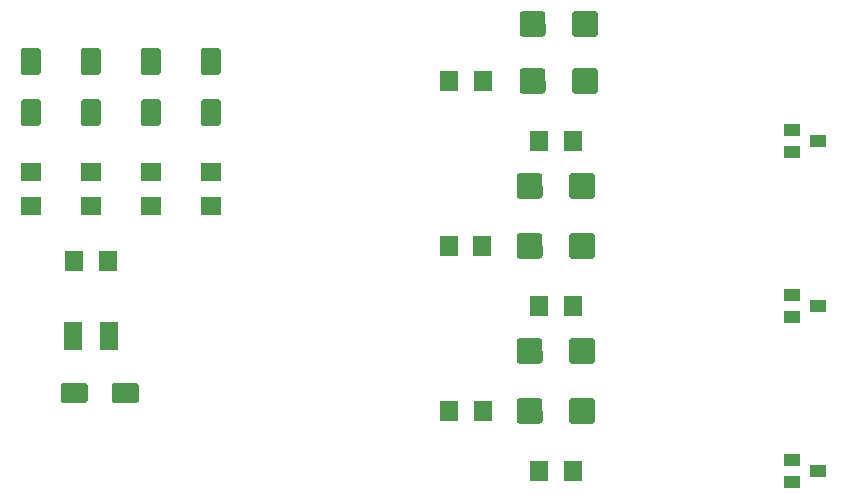
<source format=gtp>
G04 EAGLE Gerber RS-274X export*
G75*
%MOMM*%
%FSLAX34Y34*%
%LPD*%
%INTop Paste*%
%IPPOS*%
%AMOC8*
5,1,8,0,0,1.08239X$1,22.5*%
G01*
%ADD10R,1.803000X1.600000*%
%ADD11R,1.600000X1.803000*%
%ADD12R,1.600000X2.400000*%
%ADD13R,1.400000X1.000000*%

G36*
X572942Y469313D02*
X572942Y469313D01*
X572944Y469311D01*
X573335Y469342D01*
X573339Y469346D01*
X573342Y469343D01*
X573724Y469434D01*
X573728Y469439D01*
X573732Y469437D01*
X574094Y469587D01*
X574097Y469592D01*
X574101Y469590D01*
X574435Y469795D01*
X574437Y469800D01*
X574441Y469800D01*
X574740Y470055D01*
X574741Y470060D01*
X574745Y470060D01*
X575000Y470359D01*
X575001Y470365D01*
X575005Y470365D01*
X575210Y470699D01*
X575209Y470705D01*
X575214Y470706D01*
X575364Y471068D01*
X575363Y471070D01*
X575364Y471070D01*
X575362Y471073D01*
X575362Y471074D01*
X575366Y471076D01*
X575457Y471458D01*
X575455Y471463D01*
X575457Y471464D01*
X575458Y471465D01*
X575489Y471856D01*
X575487Y471859D01*
X575489Y471860D01*
X575458Y488651D01*
X575453Y488658D01*
X575457Y488662D01*
X575366Y489044D01*
X575361Y489048D01*
X575364Y489052D01*
X575214Y489414D01*
X575208Y489417D01*
X575210Y489421D01*
X575005Y489755D01*
X575000Y489757D01*
X575000Y489761D01*
X574745Y490060D01*
X574740Y490061D01*
X574740Y490065D01*
X574441Y490320D01*
X574435Y490321D01*
X574435Y490325D01*
X574101Y490530D01*
X574095Y490529D01*
X574094Y490534D01*
X573732Y490684D01*
X573726Y490682D01*
X573724Y490686D01*
X573342Y490777D01*
X573337Y490775D01*
X573335Y490778D01*
X572944Y490809D01*
X572941Y490807D01*
X572940Y490809D01*
X556240Y490809D01*
X556238Y490807D01*
X556236Y490809D01*
X555845Y490778D01*
X555841Y490774D01*
X555838Y490777D01*
X555456Y490686D01*
X555452Y490681D01*
X555448Y490684D01*
X555086Y490534D01*
X555083Y490528D01*
X555079Y490530D01*
X554745Y490325D01*
X554743Y490320D01*
X554739Y490320D01*
X554440Y490065D01*
X554439Y490060D01*
X554435Y490060D01*
X554180Y489761D01*
X554179Y489755D01*
X554175Y489755D01*
X553970Y489421D01*
X553971Y489415D01*
X553967Y489414D01*
X553817Y489052D01*
X553818Y489046D01*
X553814Y489044D01*
X553723Y488662D01*
X553725Y488657D01*
X553722Y488655D01*
X553691Y488264D01*
X553693Y488261D01*
X553691Y488260D01*
X553722Y471469D01*
X553727Y471462D01*
X553723Y471458D01*
X553814Y471076D01*
X553819Y471072D01*
X553817Y471068D01*
X553967Y470706D01*
X553972Y470703D01*
X553970Y470699D01*
X554175Y470365D01*
X554180Y470363D01*
X554180Y470359D01*
X554435Y470060D01*
X554440Y470059D01*
X554440Y470055D01*
X554739Y469800D01*
X554745Y469799D01*
X554745Y469795D01*
X555079Y469590D01*
X555085Y469591D01*
X555086Y469587D01*
X555448Y469437D01*
X555454Y469438D01*
X555456Y469434D01*
X555838Y469343D01*
X555843Y469345D01*
X555845Y469342D01*
X556236Y469311D01*
X556239Y469313D01*
X556240Y469311D01*
X572940Y469311D01*
X572942Y469313D01*
G37*
G36*
X617242Y469313D02*
X617242Y469313D01*
X617244Y469311D01*
X617635Y469342D01*
X617639Y469346D01*
X617642Y469343D01*
X618024Y469434D01*
X618028Y469439D01*
X618032Y469437D01*
X618394Y469587D01*
X618397Y469592D01*
X618401Y469590D01*
X618735Y469795D01*
X618737Y469800D01*
X618741Y469800D01*
X619040Y470055D01*
X619041Y470060D01*
X619045Y470060D01*
X619300Y470359D01*
X619301Y470365D01*
X619305Y470365D01*
X619510Y470699D01*
X619509Y470705D01*
X619514Y470706D01*
X619664Y471068D01*
X619663Y471070D01*
X619664Y471070D01*
X619662Y471073D01*
X619662Y471074D01*
X619666Y471076D01*
X619757Y471458D01*
X619755Y471463D01*
X619757Y471464D01*
X619758Y471465D01*
X619789Y471856D01*
X619787Y471859D01*
X619789Y471860D01*
X619758Y488651D01*
X619753Y488658D01*
X619757Y488662D01*
X619666Y489044D01*
X619661Y489048D01*
X619664Y489052D01*
X619514Y489414D01*
X619508Y489417D01*
X619510Y489421D01*
X619305Y489755D01*
X619300Y489757D01*
X619300Y489761D01*
X619045Y490060D01*
X619040Y490061D01*
X619040Y490065D01*
X618741Y490320D01*
X618735Y490321D01*
X618735Y490325D01*
X618401Y490530D01*
X618395Y490529D01*
X618394Y490534D01*
X618032Y490684D01*
X618026Y490682D01*
X618024Y490686D01*
X617642Y490777D01*
X617637Y490775D01*
X617635Y490778D01*
X617244Y490809D01*
X617241Y490807D01*
X617240Y490809D01*
X600540Y490809D01*
X600538Y490807D01*
X600536Y490809D01*
X600145Y490778D01*
X600141Y490774D01*
X600138Y490777D01*
X599756Y490686D01*
X599752Y490681D01*
X599748Y490684D01*
X599386Y490534D01*
X599383Y490528D01*
X599379Y490530D01*
X599045Y490325D01*
X599043Y490320D01*
X599039Y490320D01*
X598740Y490065D01*
X598739Y490060D01*
X598735Y490060D01*
X598480Y489761D01*
X598479Y489755D01*
X598475Y489755D01*
X598270Y489421D01*
X598271Y489415D01*
X598267Y489414D01*
X598117Y489052D01*
X598118Y489046D01*
X598114Y489044D01*
X598023Y488662D01*
X598025Y488657D01*
X598022Y488655D01*
X597991Y488264D01*
X597993Y488261D01*
X597991Y488260D01*
X598022Y471469D01*
X598027Y471462D01*
X598023Y471458D01*
X598114Y471076D01*
X598119Y471072D01*
X598117Y471068D01*
X598267Y470706D01*
X598272Y470703D01*
X598270Y470699D01*
X598475Y470365D01*
X598480Y470363D01*
X598480Y470359D01*
X598735Y470060D01*
X598740Y470059D01*
X598740Y470055D01*
X599039Y469800D01*
X599045Y469799D01*
X599045Y469795D01*
X599379Y469590D01*
X599385Y469591D01*
X599386Y469587D01*
X599748Y469437D01*
X599754Y469438D01*
X599756Y469434D01*
X600138Y469343D01*
X600143Y469345D01*
X600145Y469342D01*
X600536Y469311D01*
X600539Y469313D01*
X600540Y469311D01*
X617240Y469311D01*
X617242Y469313D01*
G37*
G36*
X617242Y421053D02*
X617242Y421053D01*
X617244Y421051D01*
X617635Y421082D01*
X617639Y421086D01*
X617642Y421083D01*
X618024Y421174D01*
X618028Y421179D01*
X618032Y421177D01*
X618394Y421327D01*
X618397Y421332D01*
X618401Y421330D01*
X618735Y421535D01*
X618737Y421540D01*
X618741Y421540D01*
X619040Y421795D01*
X619041Y421800D01*
X619045Y421800D01*
X619300Y422099D01*
X619301Y422105D01*
X619305Y422105D01*
X619510Y422439D01*
X619509Y422445D01*
X619514Y422446D01*
X619664Y422808D01*
X619663Y422810D01*
X619664Y422810D01*
X619662Y422813D01*
X619662Y422814D01*
X619666Y422816D01*
X619757Y423198D01*
X619755Y423203D01*
X619757Y423204D01*
X619758Y423205D01*
X619789Y423596D01*
X619787Y423599D01*
X619789Y423600D01*
X619758Y440391D01*
X619753Y440398D01*
X619757Y440402D01*
X619666Y440784D01*
X619661Y440788D01*
X619664Y440792D01*
X619514Y441154D01*
X619508Y441157D01*
X619510Y441161D01*
X619305Y441495D01*
X619300Y441497D01*
X619300Y441501D01*
X619045Y441800D01*
X619040Y441801D01*
X619040Y441805D01*
X618741Y442060D01*
X618735Y442061D01*
X618735Y442065D01*
X618401Y442270D01*
X618395Y442269D01*
X618394Y442274D01*
X618032Y442424D01*
X618026Y442422D01*
X618024Y442426D01*
X617642Y442517D01*
X617637Y442515D01*
X617635Y442518D01*
X617244Y442549D01*
X617241Y442547D01*
X617240Y442549D01*
X600540Y442549D01*
X600538Y442547D01*
X600536Y442549D01*
X600145Y442518D01*
X600141Y442514D01*
X600138Y442517D01*
X599756Y442426D01*
X599752Y442421D01*
X599748Y442424D01*
X599386Y442274D01*
X599383Y442268D01*
X599379Y442270D01*
X599045Y442065D01*
X599043Y442060D01*
X599039Y442060D01*
X598740Y441805D01*
X598739Y441800D01*
X598735Y441800D01*
X598480Y441501D01*
X598479Y441495D01*
X598475Y441495D01*
X598270Y441161D01*
X598271Y441155D01*
X598267Y441154D01*
X598117Y440792D01*
X598118Y440786D01*
X598114Y440784D01*
X598023Y440402D01*
X598025Y440397D01*
X598022Y440395D01*
X597991Y440004D01*
X597993Y440001D01*
X597991Y440000D01*
X598022Y423209D01*
X598027Y423202D01*
X598023Y423198D01*
X598114Y422816D01*
X598119Y422812D01*
X598117Y422808D01*
X598267Y422446D01*
X598272Y422443D01*
X598270Y422439D01*
X598475Y422105D01*
X598480Y422103D01*
X598480Y422099D01*
X598735Y421800D01*
X598740Y421799D01*
X598740Y421795D01*
X599039Y421540D01*
X599045Y421539D01*
X599045Y421535D01*
X599379Y421330D01*
X599385Y421331D01*
X599386Y421327D01*
X599748Y421177D01*
X599754Y421178D01*
X599756Y421174D01*
X600138Y421083D01*
X600143Y421085D01*
X600145Y421082D01*
X600536Y421051D01*
X600539Y421053D01*
X600540Y421051D01*
X617240Y421051D01*
X617242Y421053D01*
G37*
G36*
X572942Y421053D02*
X572942Y421053D01*
X572944Y421051D01*
X573335Y421082D01*
X573339Y421086D01*
X573342Y421083D01*
X573724Y421174D01*
X573728Y421179D01*
X573732Y421177D01*
X574094Y421327D01*
X574097Y421332D01*
X574101Y421330D01*
X574435Y421535D01*
X574437Y421540D01*
X574441Y421540D01*
X574740Y421795D01*
X574741Y421800D01*
X574745Y421800D01*
X575000Y422099D01*
X575001Y422105D01*
X575005Y422105D01*
X575210Y422439D01*
X575209Y422445D01*
X575214Y422446D01*
X575364Y422808D01*
X575363Y422810D01*
X575364Y422810D01*
X575362Y422813D01*
X575362Y422814D01*
X575366Y422816D01*
X575457Y423198D01*
X575455Y423203D01*
X575457Y423204D01*
X575458Y423205D01*
X575489Y423596D01*
X575487Y423599D01*
X575489Y423600D01*
X575458Y440391D01*
X575453Y440398D01*
X575457Y440402D01*
X575366Y440784D01*
X575361Y440788D01*
X575364Y440792D01*
X575214Y441154D01*
X575208Y441157D01*
X575210Y441161D01*
X575005Y441495D01*
X575000Y441497D01*
X575000Y441501D01*
X574745Y441800D01*
X574740Y441801D01*
X574740Y441805D01*
X574441Y442060D01*
X574435Y442061D01*
X574435Y442065D01*
X574101Y442270D01*
X574095Y442269D01*
X574094Y442274D01*
X573732Y442424D01*
X573726Y442422D01*
X573724Y442426D01*
X573342Y442517D01*
X573337Y442515D01*
X573335Y442518D01*
X572944Y442549D01*
X572941Y442547D01*
X572940Y442549D01*
X556240Y442549D01*
X556238Y442547D01*
X556236Y442549D01*
X555845Y442518D01*
X555841Y442514D01*
X555838Y442517D01*
X555456Y442426D01*
X555452Y442421D01*
X555448Y442424D01*
X555086Y442274D01*
X555083Y442268D01*
X555079Y442270D01*
X554745Y442065D01*
X554743Y442060D01*
X554739Y442060D01*
X554440Y441805D01*
X554439Y441800D01*
X554435Y441800D01*
X554180Y441501D01*
X554179Y441495D01*
X554175Y441495D01*
X553970Y441161D01*
X553971Y441155D01*
X553967Y441154D01*
X553817Y440792D01*
X553818Y440786D01*
X553814Y440784D01*
X553723Y440402D01*
X553725Y440397D01*
X553722Y440395D01*
X553691Y440004D01*
X553693Y440001D01*
X553691Y440000D01*
X553722Y423209D01*
X553727Y423202D01*
X553723Y423198D01*
X553814Y422816D01*
X553819Y422812D01*
X553817Y422808D01*
X553967Y422446D01*
X553972Y422443D01*
X553970Y422439D01*
X554175Y422105D01*
X554180Y422103D01*
X554180Y422099D01*
X554435Y421800D01*
X554440Y421799D01*
X554440Y421795D01*
X554739Y421540D01*
X554745Y421539D01*
X554745Y421535D01*
X555079Y421330D01*
X555085Y421331D01*
X555086Y421327D01*
X555448Y421177D01*
X555454Y421178D01*
X555456Y421174D01*
X555838Y421083D01*
X555843Y421085D01*
X555845Y421082D01*
X556236Y421051D01*
X556239Y421053D01*
X556240Y421051D01*
X572940Y421051D01*
X572942Y421053D01*
G37*
G36*
X614702Y332153D02*
X614702Y332153D01*
X614704Y332151D01*
X615095Y332182D01*
X615099Y332186D01*
X615102Y332183D01*
X615484Y332274D01*
X615488Y332279D01*
X615492Y332277D01*
X615854Y332427D01*
X615857Y332432D01*
X615861Y332430D01*
X616195Y332635D01*
X616197Y332640D01*
X616201Y332640D01*
X616500Y332895D01*
X616501Y332900D01*
X616505Y332900D01*
X616760Y333199D01*
X616761Y333205D01*
X616765Y333205D01*
X616970Y333539D01*
X616969Y333545D01*
X616974Y333546D01*
X617124Y333908D01*
X617123Y333910D01*
X617124Y333910D01*
X617122Y333913D01*
X617122Y333914D01*
X617126Y333916D01*
X617217Y334298D01*
X617215Y334303D01*
X617217Y334304D01*
X617218Y334305D01*
X617249Y334696D01*
X617247Y334699D01*
X617249Y334700D01*
X617218Y351491D01*
X617213Y351498D01*
X617217Y351502D01*
X617126Y351884D01*
X617121Y351888D01*
X617124Y351892D01*
X616974Y352254D01*
X616968Y352257D01*
X616970Y352261D01*
X616765Y352595D01*
X616760Y352597D01*
X616760Y352601D01*
X616505Y352900D01*
X616500Y352901D01*
X616500Y352905D01*
X616201Y353160D01*
X616195Y353161D01*
X616195Y353165D01*
X615861Y353370D01*
X615855Y353369D01*
X615854Y353374D01*
X615492Y353524D01*
X615486Y353522D01*
X615484Y353526D01*
X615102Y353617D01*
X615097Y353615D01*
X615095Y353618D01*
X614704Y353649D01*
X614701Y353647D01*
X614700Y353649D01*
X598000Y353649D01*
X597998Y353647D01*
X597996Y353649D01*
X597605Y353618D01*
X597601Y353614D01*
X597598Y353617D01*
X597216Y353526D01*
X597212Y353521D01*
X597208Y353524D01*
X596846Y353374D01*
X596843Y353368D01*
X596839Y353370D01*
X596505Y353165D01*
X596503Y353160D01*
X596499Y353160D01*
X596200Y352905D01*
X596199Y352900D01*
X596195Y352900D01*
X595940Y352601D01*
X595939Y352595D01*
X595935Y352595D01*
X595730Y352261D01*
X595731Y352255D01*
X595727Y352254D01*
X595577Y351892D01*
X595578Y351886D01*
X595574Y351884D01*
X595483Y351502D01*
X595485Y351497D01*
X595482Y351495D01*
X595451Y351104D01*
X595453Y351101D01*
X595451Y351100D01*
X595482Y334309D01*
X595487Y334302D01*
X595483Y334298D01*
X595574Y333916D01*
X595579Y333912D01*
X595577Y333908D01*
X595727Y333546D01*
X595732Y333543D01*
X595730Y333539D01*
X595935Y333205D01*
X595940Y333203D01*
X595940Y333199D01*
X596195Y332900D01*
X596200Y332899D01*
X596200Y332895D01*
X596499Y332640D01*
X596505Y332639D01*
X596505Y332635D01*
X596839Y332430D01*
X596845Y332431D01*
X596846Y332427D01*
X597208Y332277D01*
X597214Y332278D01*
X597216Y332274D01*
X597598Y332183D01*
X597603Y332185D01*
X597605Y332182D01*
X597996Y332151D01*
X597999Y332153D01*
X598000Y332151D01*
X614700Y332151D01*
X614702Y332153D01*
G37*
G36*
X570402Y332153D02*
X570402Y332153D01*
X570404Y332151D01*
X570795Y332182D01*
X570799Y332186D01*
X570802Y332183D01*
X571184Y332274D01*
X571188Y332279D01*
X571192Y332277D01*
X571554Y332427D01*
X571557Y332432D01*
X571561Y332430D01*
X571895Y332635D01*
X571897Y332640D01*
X571901Y332640D01*
X572200Y332895D01*
X572201Y332900D01*
X572205Y332900D01*
X572460Y333199D01*
X572461Y333205D01*
X572465Y333205D01*
X572670Y333539D01*
X572669Y333545D01*
X572674Y333546D01*
X572824Y333908D01*
X572823Y333910D01*
X572824Y333910D01*
X572822Y333913D01*
X572822Y333914D01*
X572826Y333916D01*
X572917Y334298D01*
X572915Y334303D01*
X572917Y334304D01*
X572918Y334305D01*
X572949Y334696D01*
X572947Y334699D01*
X572949Y334700D01*
X572918Y351491D01*
X572913Y351498D01*
X572917Y351502D01*
X572826Y351884D01*
X572821Y351888D01*
X572824Y351892D01*
X572674Y352254D01*
X572668Y352257D01*
X572670Y352261D01*
X572465Y352595D01*
X572460Y352597D01*
X572460Y352601D01*
X572205Y352900D01*
X572200Y352901D01*
X572200Y352905D01*
X571901Y353160D01*
X571895Y353161D01*
X571895Y353165D01*
X571561Y353370D01*
X571555Y353369D01*
X571554Y353374D01*
X571192Y353524D01*
X571186Y353522D01*
X571184Y353526D01*
X570802Y353617D01*
X570797Y353615D01*
X570795Y353618D01*
X570404Y353649D01*
X570401Y353647D01*
X570400Y353649D01*
X553700Y353649D01*
X553698Y353647D01*
X553696Y353649D01*
X553305Y353618D01*
X553301Y353614D01*
X553298Y353617D01*
X552916Y353526D01*
X552912Y353521D01*
X552908Y353524D01*
X552546Y353374D01*
X552543Y353368D01*
X552539Y353370D01*
X552205Y353165D01*
X552203Y353160D01*
X552199Y353160D01*
X551900Y352905D01*
X551899Y352900D01*
X551895Y352900D01*
X551640Y352601D01*
X551639Y352595D01*
X551635Y352595D01*
X551430Y352261D01*
X551431Y352255D01*
X551427Y352254D01*
X551277Y351892D01*
X551278Y351886D01*
X551274Y351884D01*
X551183Y351502D01*
X551185Y351497D01*
X551182Y351495D01*
X551151Y351104D01*
X551153Y351101D01*
X551151Y351100D01*
X551182Y334309D01*
X551187Y334302D01*
X551183Y334298D01*
X551274Y333916D01*
X551279Y333912D01*
X551277Y333908D01*
X551427Y333546D01*
X551432Y333543D01*
X551430Y333539D01*
X551635Y333205D01*
X551640Y333203D01*
X551640Y333199D01*
X551895Y332900D01*
X551900Y332899D01*
X551900Y332895D01*
X552199Y332640D01*
X552205Y332639D01*
X552205Y332635D01*
X552539Y332430D01*
X552545Y332431D01*
X552546Y332427D01*
X552908Y332277D01*
X552914Y332278D01*
X552916Y332274D01*
X553298Y332183D01*
X553303Y332185D01*
X553305Y332182D01*
X553696Y332151D01*
X553699Y332153D01*
X553700Y332151D01*
X570400Y332151D01*
X570402Y332153D01*
G37*
G36*
X614702Y281353D02*
X614702Y281353D01*
X614704Y281351D01*
X615095Y281382D01*
X615099Y281386D01*
X615102Y281383D01*
X615484Y281474D01*
X615488Y281479D01*
X615492Y281477D01*
X615854Y281627D01*
X615857Y281632D01*
X615861Y281630D01*
X616195Y281835D01*
X616197Y281840D01*
X616201Y281840D01*
X616500Y282095D01*
X616501Y282100D01*
X616505Y282100D01*
X616760Y282399D01*
X616761Y282405D01*
X616765Y282405D01*
X616970Y282739D01*
X616969Y282745D01*
X616974Y282746D01*
X617124Y283108D01*
X617123Y283110D01*
X617124Y283110D01*
X617122Y283113D01*
X617122Y283114D01*
X617126Y283116D01*
X617217Y283498D01*
X617215Y283503D01*
X617217Y283504D01*
X617218Y283505D01*
X617249Y283896D01*
X617247Y283899D01*
X617249Y283900D01*
X617218Y300691D01*
X617213Y300698D01*
X617217Y300702D01*
X617126Y301084D01*
X617121Y301088D01*
X617124Y301092D01*
X616974Y301454D01*
X616968Y301457D01*
X616970Y301461D01*
X616765Y301795D01*
X616760Y301797D01*
X616760Y301801D01*
X616505Y302100D01*
X616500Y302101D01*
X616500Y302105D01*
X616201Y302360D01*
X616195Y302361D01*
X616195Y302365D01*
X615861Y302570D01*
X615855Y302569D01*
X615854Y302574D01*
X615492Y302724D01*
X615486Y302722D01*
X615484Y302726D01*
X615102Y302817D01*
X615097Y302815D01*
X615095Y302818D01*
X614704Y302849D01*
X614701Y302847D01*
X614700Y302849D01*
X598000Y302849D01*
X597998Y302847D01*
X597996Y302849D01*
X597605Y302818D01*
X597601Y302814D01*
X597598Y302817D01*
X597216Y302726D01*
X597212Y302721D01*
X597208Y302724D01*
X596846Y302574D01*
X596843Y302568D01*
X596839Y302570D01*
X596505Y302365D01*
X596503Y302360D01*
X596499Y302360D01*
X596200Y302105D01*
X596199Y302100D01*
X596195Y302100D01*
X595940Y301801D01*
X595939Y301795D01*
X595935Y301795D01*
X595730Y301461D01*
X595731Y301455D01*
X595727Y301454D01*
X595577Y301092D01*
X595578Y301086D01*
X595574Y301084D01*
X595483Y300702D01*
X595485Y300697D01*
X595482Y300695D01*
X595451Y300304D01*
X595453Y300301D01*
X595451Y300300D01*
X595482Y283509D01*
X595487Y283502D01*
X595483Y283498D01*
X595574Y283116D01*
X595579Y283112D01*
X595577Y283108D01*
X595727Y282746D01*
X595732Y282743D01*
X595730Y282739D01*
X595935Y282405D01*
X595940Y282403D01*
X595940Y282399D01*
X596195Y282100D01*
X596200Y282099D01*
X596200Y282095D01*
X596499Y281840D01*
X596505Y281839D01*
X596505Y281835D01*
X596839Y281630D01*
X596845Y281631D01*
X596846Y281627D01*
X597208Y281477D01*
X597214Y281478D01*
X597216Y281474D01*
X597598Y281383D01*
X597603Y281385D01*
X597605Y281382D01*
X597996Y281351D01*
X597999Y281353D01*
X598000Y281351D01*
X614700Y281351D01*
X614702Y281353D01*
G37*
G36*
X570402Y281353D02*
X570402Y281353D01*
X570404Y281351D01*
X570795Y281382D01*
X570799Y281386D01*
X570802Y281383D01*
X571184Y281474D01*
X571188Y281479D01*
X571192Y281477D01*
X571554Y281627D01*
X571557Y281632D01*
X571561Y281630D01*
X571895Y281835D01*
X571897Y281840D01*
X571901Y281840D01*
X572200Y282095D01*
X572201Y282100D01*
X572205Y282100D01*
X572460Y282399D01*
X572461Y282405D01*
X572465Y282405D01*
X572670Y282739D01*
X572669Y282745D01*
X572674Y282746D01*
X572824Y283108D01*
X572823Y283110D01*
X572824Y283110D01*
X572822Y283113D01*
X572822Y283114D01*
X572826Y283116D01*
X572917Y283498D01*
X572915Y283503D01*
X572917Y283504D01*
X572918Y283505D01*
X572949Y283896D01*
X572947Y283899D01*
X572949Y283900D01*
X572918Y300691D01*
X572913Y300698D01*
X572917Y300702D01*
X572826Y301084D01*
X572821Y301088D01*
X572824Y301092D01*
X572674Y301454D01*
X572668Y301457D01*
X572670Y301461D01*
X572465Y301795D01*
X572460Y301797D01*
X572460Y301801D01*
X572205Y302100D01*
X572200Y302101D01*
X572200Y302105D01*
X571901Y302360D01*
X571895Y302361D01*
X571895Y302365D01*
X571561Y302570D01*
X571555Y302569D01*
X571554Y302574D01*
X571192Y302724D01*
X571186Y302722D01*
X571184Y302726D01*
X570802Y302817D01*
X570797Y302815D01*
X570795Y302818D01*
X570404Y302849D01*
X570401Y302847D01*
X570400Y302849D01*
X553700Y302849D01*
X553698Y302847D01*
X553696Y302849D01*
X553305Y302818D01*
X553301Y302814D01*
X553298Y302817D01*
X552916Y302726D01*
X552912Y302721D01*
X552908Y302724D01*
X552546Y302574D01*
X552543Y302568D01*
X552539Y302570D01*
X552205Y302365D01*
X552203Y302360D01*
X552199Y302360D01*
X551900Y302105D01*
X551899Y302100D01*
X551895Y302100D01*
X551640Y301801D01*
X551639Y301795D01*
X551635Y301795D01*
X551430Y301461D01*
X551431Y301455D01*
X551427Y301454D01*
X551277Y301092D01*
X551278Y301086D01*
X551274Y301084D01*
X551183Y300702D01*
X551185Y300697D01*
X551182Y300695D01*
X551151Y300304D01*
X551153Y300301D01*
X551151Y300300D01*
X551182Y283509D01*
X551187Y283502D01*
X551183Y283498D01*
X551274Y283116D01*
X551279Y283112D01*
X551277Y283108D01*
X551427Y282746D01*
X551432Y282743D01*
X551430Y282739D01*
X551635Y282405D01*
X551640Y282403D01*
X551640Y282399D01*
X551895Y282100D01*
X551900Y282099D01*
X551900Y282095D01*
X552199Y281840D01*
X552205Y281839D01*
X552205Y281835D01*
X552539Y281630D01*
X552545Y281631D01*
X552546Y281627D01*
X552908Y281477D01*
X552914Y281478D01*
X552916Y281474D01*
X553298Y281383D01*
X553303Y281385D01*
X553305Y281382D01*
X553696Y281351D01*
X553699Y281353D01*
X553700Y281351D01*
X570400Y281351D01*
X570402Y281353D01*
G37*
G36*
X614702Y192453D02*
X614702Y192453D01*
X614704Y192451D01*
X615095Y192482D01*
X615099Y192486D01*
X615102Y192483D01*
X615484Y192574D01*
X615488Y192579D01*
X615492Y192577D01*
X615854Y192727D01*
X615857Y192732D01*
X615861Y192730D01*
X616195Y192935D01*
X616197Y192940D01*
X616201Y192940D01*
X616500Y193195D01*
X616501Y193200D01*
X616505Y193200D01*
X616760Y193499D01*
X616761Y193505D01*
X616765Y193505D01*
X616970Y193839D01*
X616969Y193845D01*
X616974Y193846D01*
X617124Y194208D01*
X617123Y194210D01*
X617124Y194210D01*
X617122Y194213D01*
X617122Y194214D01*
X617126Y194216D01*
X617217Y194598D01*
X617215Y194603D01*
X617217Y194604D01*
X617218Y194605D01*
X617249Y194996D01*
X617247Y194999D01*
X617249Y195000D01*
X617218Y211791D01*
X617213Y211798D01*
X617217Y211802D01*
X617126Y212184D01*
X617121Y212188D01*
X617124Y212192D01*
X616974Y212554D01*
X616968Y212557D01*
X616970Y212561D01*
X616765Y212895D01*
X616760Y212897D01*
X616760Y212901D01*
X616505Y213200D01*
X616500Y213201D01*
X616500Y213205D01*
X616201Y213460D01*
X616195Y213461D01*
X616195Y213465D01*
X615861Y213670D01*
X615855Y213669D01*
X615854Y213674D01*
X615492Y213824D01*
X615486Y213822D01*
X615484Y213826D01*
X615102Y213917D01*
X615097Y213915D01*
X615095Y213918D01*
X614704Y213949D01*
X614701Y213947D01*
X614700Y213949D01*
X598000Y213949D01*
X597998Y213947D01*
X597996Y213949D01*
X597605Y213918D01*
X597601Y213914D01*
X597598Y213917D01*
X597216Y213826D01*
X597212Y213821D01*
X597208Y213824D01*
X596846Y213674D01*
X596843Y213668D01*
X596839Y213670D01*
X596505Y213465D01*
X596503Y213460D01*
X596499Y213460D01*
X596200Y213205D01*
X596199Y213200D01*
X596195Y213200D01*
X595940Y212901D01*
X595939Y212895D01*
X595935Y212895D01*
X595730Y212561D01*
X595731Y212555D01*
X595727Y212554D01*
X595577Y212192D01*
X595578Y212186D01*
X595574Y212184D01*
X595483Y211802D01*
X595485Y211797D01*
X595482Y211795D01*
X595451Y211404D01*
X595453Y211401D01*
X595451Y211400D01*
X595482Y194609D01*
X595487Y194602D01*
X595483Y194598D01*
X595574Y194216D01*
X595579Y194212D01*
X595577Y194208D01*
X595727Y193846D01*
X595732Y193843D01*
X595730Y193839D01*
X595935Y193505D01*
X595940Y193503D01*
X595940Y193499D01*
X596195Y193200D01*
X596200Y193199D01*
X596200Y193195D01*
X596499Y192940D01*
X596505Y192939D01*
X596505Y192935D01*
X596839Y192730D01*
X596845Y192731D01*
X596846Y192727D01*
X597208Y192577D01*
X597214Y192578D01*
X597216Y192574D01*
X597598Y192483D01*
X597603Y192485D01*
X597605Y192482D01*
X597996Y192451D01*
X597999Y192453D01*
X598000Y192451D01*
X614700Y192451D01*
X614702Y192453D01*
G37*
G36*
X570402Y192453D02*
X570402Y192453D01*
X570404Y192451D01*
X570795Y192482D01*
X570799Y192486D01*
X570802Y192483D01*
X571184Y192574D01*
X571188Y192579D01*
X571192Y192577D01*
X571554Y192727D01*
X571557Y192732D01*
X571561Y192730D01*
X571895Y192935D01*
X571897Y192940D01*
X571901Y192940D01*
X572200Y193195D01*
X572201Y193200D01*
X572205Y193200D01*
X572460Y193499D01*
X572461Y193505D01*
X572465Y193505D01*
X572670Y193839D01*
X572669Y193845D01*
X572674Y193846D01*
X572824Y194208D01*
X572823Y194210D01*
X572824Y194210D01*
X572822Y194213D01*
X572822Y194214D01*
X572826Y194216D01*
X572917Y194598D01*
X572915Y194603D01*
X572917Y194604D01*
X572918Y194605D01*
X572949Y194996D01*
X572947Y194999D01*
X572949Y195000D01*
X572918Y211791D01*
X572913Y211798D01*
X572917Y211802D01*
X572826Y212184D01*
X572821Y212188D01*
X572824Y212192D01*
X572674Y212554D01*
X572668Y212557D01*
X572670Y212561D01*
X572465Y212895D01*
X572460Y212897D01*
X572460Y212901D01*
X572205Y213200D01*
X572200Y213201D01*
X572200Y213205D01*
X571901Y213460D01*
X571895Y213461D01*
X571895Y213465D01*
X571561Y213670D01*
X571555Y213669D01*
X571554Y213674D01*
X571192Y213824D01*
X571186Y213822D01*
X571184Y213826D01*
X570802Y213917D01*
X570797Y213915D01*
X570795Y213918D01*
X570404Y213949D01*
X570401Y213947D01*
X570400Y213949D01*
X553700Y213949D01*
X553698Y213947D01*
X553696Y213949D01*
X553305Y213918D01*
X553301Y213914D01*
X553298Y213917D01*
X552916Y213826D01*
X552912Y213821D01*
X552908Y213824D01*
X552546Y213674D01*
X552543Y213668D01*
X552539Y213670D01*
X552205Y213465D01*
X552203Y213460D01*
X552199Y213460D01*
X551900Y213205D01*
X551899Y213200D01*
X551895Y213200D01*
X551640Y212901D01*
X551639Y212895D01*
X551635Y212895D01*
X551430Y212561D01*
X551431Y212555D01*
X551427Y212554D01*
X551277Y212192D01*
X551278Y212186D01*
X551274Y212184D01*
X551183Y211802D01*
X551185Y211797D01*
X551182Y211795D01*
X551151Y211404D01*
X551153Y211401D01*
X551151Y211400D01*
X551182Y194609D01*
X551187Y194602D01*
X551183Y194598D01*
X551274Y194216D01*
X551279Y194212D01*
X551277Y194208D01*
X551427Y193846D01*
X551432Y193843D01*
X551430Y193839D01*
X551635Y193505D01*
X551640Y193503D01*
X551640Y193499D01*
X551895Y193200D01*
X551900Y193199D01*
X551900Y193195D01*
X552199Y192940D01*
X552205Y192939D01*
X552205Y192935D01*
X552539Y192730D01*
X552545Y192731D01*
X552546Y192727D01*
X552908Y192577D01*
X552914Y192578D01*
X552916Y192574D01*
X553298Y192483D01*
X553303Y192485D01*
X553305Y192482D01*
X553696Y192451D01*
X553699Y192453D01*
X553700Y192451D01*
X570400Y192451D01*
X570402Y192453D01*
G37*
G36*
X570402Y141653D02*
X570402Y141653D01*
X570404Y141651D01*
X570795Y141682D01*
X570799Y141686D01*
X570802Y141683D01*
X571184Y141774D01*
X571188Y141779D01*
X571192Y141777D01*
X571554Y141927D01*
X571557Y141932D01*
X571561Y141930D01*
X571895Y142135D01*
X571897Y142140D01*
X571901Y142140D01*
X572200Y142395D01*
X572201Y142400D01*
X572205Y142400D01*
X572460Y142699D01*
X572461Y142705D01*
X572465Y142705D01*
X572670Y143039D01*
X572669Y143045D01*
X572674Y143046D01*
X572824Y143408D01*
X572823Y143410D01*
X572824Y143410D01*
X572822Y143413D01*
X572822Y143414D01*
X572826Y143416D01*
X572917Y143798D01*
X572915Y143803D01*
X572917Y143804D01*
X572918Y143805D01*
X572949Y144196D01*
X572947Y144199D01*
X572949Y144200D01*
X572918Y160991D01*
X572913Y160998D01*
X572917Y161002D01*
X572826Y161384D01*
X572821Y161388D01*
X572824Y161392D01*
X572674Y161754D01*
X572668Y161757D01*
X572670Y161761D01*
X572465Y162095D01*
X572460Y162097D01*
X572460Y162101D01*
X572205Y162400D01*
X572200Y162401D01*
X572200Y162405D01*
X571901Y162660D01*
X571895Y162661D01*
X571895Y162665D01*
X571561Y162870D01*
X571555Y162869D01*
X571554Y162874D01*
X571192Y163024D01*
X571186Y163022D01*
X571184Y163026D01*
X570802Y163117D01*
X570797Y163115D01*
X570795Y163118D01*
X570404Y163149D01*
X570401Y163147D01*
X570400Y163149D01*
X553700Y163149D01*
X553698Y163147D01*
X553696Y163149D01*
X553305Y163118D01*
X553301Y163114D01*
X553298Y163117D01*
X552916Y163026D01*
X552912Y163021D01*
X552908Y163024D01*
X552546Y162874D01*
X552543Y162868D01*
X552539Y162870D01*
X552205Y162665D01*
X552203Y162660D01*
X552199Y162660D01*
X551900Y162405D01*
X551899Y162400D01*
X551895Y162400D01*
X551640Y162101D01*
X551639Y162095D01*
X551635Y162095D01*
X551430Y161761D01*
X551431Y161755D01*
X551427Y161754D01*
X551277Y161392D01*
X551278Y161386D01*
X551274Y161384D01*
X551183Y161002D01*
X551185Y160997D01*
X551182Y160995D01*
X551151Y160604D01*
X551153Y160601D01*
X551151Y160600D01*
X551182Y143809D01*
X551187Y143802D01*
X551183Y143798D01*
X551274Y143416D01*
X551279Y143412D01*
X551277Y143408D01*
X551427Y143046D01*
X551432Y143043D01*
X551430Y143039D01*
X551635Y142705D01*
X551640Y142703D01*
X551640Y142699D01*
X551895Y142400D01*
X551900Y142399D01*
X551900Y142395D01*
X552199Y142140D01*
X552205Y142139D01*
X552205Y142135D01*
X552539Y141930D01*
X552545Y141931D01*
X552546Y141927D01*
X552908Y141777D01*
X552914Y141778D01*
X552916Y141774D01*
X553298Y141683D01*
X553303Y141685D01*
X553305Y141682D01*
X553696Y141651D01*
X553699Y141653D01*
X553700Y141651D01*
X570400Y141651D01*
X570402Y141653D01*
G37*
G36*
X614702Y141653D02*
X614702Y141653D01*
X614704Y141651D01*
X615095Y141682D01*
X615099Y141686D01*
X615102Y141683D01*
X615484Y141774D01*
X615488Y141779D01*
X615492Y141777D01*
X615854Y141927D01*
X615857Y141932D01*
X615861Y141930D01*
X616195Y142135D01*
X616197Y142140D01*
X616201Y142140D01*
X616500Y142395D01*
X616501Y142400D01*
X616505Y142400D01*
X616760Y142699D01*
X616761Y142705D01*
X616765Y142705D01*
X616970Y143039D01*
X616969Y143045D01*
X616974Y143046D01*
X617124Y143408D01*
X617123Y143410D01*
X617124Y143410D01*
X617122Y143413D01*
X617122Y143414D01*
X617126Y143416D01*
X617217Y143798D01*
X617215Y143803D01*
X617217Y143804D01*
X617218Y143805D01*
X617249Y144196D01*
X617247Y144199D01*
X617249Y144200D01*
X617218Y160991D01*
X617213Y160998D01*
X617217Y161002D01*
X617126Y161384D01*
X617121Y161388D01*
X617124Y161392D01*
X616974Y161754D01*
X616968Y161757D01*
X616970Y161761D01*
X616765Y162095D01*
X616760Y162097D01*
X616760Y162101D01*
X616505Y162400D01*
X616500Y162401D01*
X616500Y162405D01*
X616201Y162660D01*
X616195Y162661D01*
X616195Y162665D01*
X615861Y162870D01*
X615855Y162869D01*
X615854Y162874D01*
X615492Y163024D01*
X615486Y163022D01*
X615484Y163026D01*
X615102Y163117D01*
X615097Y163115D01*
X615095Y163118D01*
X614704Y163149D01*
X614701Y163147D01*
X614700Y163149D01*
X598000Y163149D01*
X597998Y163147D01*
X597996Y163149D01*
X597605Y163118D01*
X597601Y163114D01*
X597598Y163117D01*
X597216Y163026D01*
X597212Y163021D01*
X597208Y163024D01*
X596846Y162874D01*
X596843Y162868D01*
X596839Y162870D01*
X596505Y162665D01*
X596503Y162660D01*
X596499Y162660D01*
X596200Y162405D01*
X596199Y162400D01*
X596195Y162400D01*
X595940Y162101D01*
X595939Y162095D01*
X595935Y162095D01*
X595730Y161761D01*
X595731Y161755D01*
X595727Y161754D01*
X595577Y161392D01*
X595578Y161386D01*
X595574Y161384D01*
X595483Y161002D01*
X595485Y160997D01*
X595482Y160995D01*
X595451Y160604D01*
X595453Y160601D01*
X595451Y160600D01*
X595482Y143809D01*
X595487Y143802D01*
X595483Y143798D01*
X595574Y143416D01*
X595579Y143412D01*
X595577Y143408D01*
X595727Y143046D01*
X595732Y143043D01*
X595730Y143039D01*
X595935Y142705D01*
X595940Y142703D01*
X595940Y142699D01*
X596195Y142400D01*
X596200Y142399D01*
X596200Y142395D01*
X596499Y142140D01*
X596505Y142139D01*
X596505Y142135D01*
X596839Y141930D01*
X596845Y141931D01*
X596846Y141927D01*
X597208Y141777D01*
X597214Y141778D01*
X597216Y141774D01*
X597598Y141683D01*
X597603Y141685D01*
X597605Y141682D01*
X597996Y141651D01*
X597999Y141653D01*
X598000Y141651D01*
X614700Y141651D01*
X614702Y141653D01*
G37*
G36*
X185372Y159293D02*
X185372Y159293D01*
X185374Y159291D01*
X185765Y159322D01*
X185769Y159326D01*
X185772Y159323D01*
X186154Y159414D01*
X186158Y159419D01*
X186162Y159417D01*
X186524Y159567D01*
X186527Y159572D01*
X186531Y159570D01*
X186865Y159775D01*
X186867Y159780D01*
X186871Y159780D01*
X187170Y160035D01*
X187171Y160040D01*
X187175Y160040D01*
X187430Y160339D01*
X187431Y160345D01*
X187435Y160345D01*
X187640Y160679D01*
X187639Y160685D01*
X187644Y160686D01*
X187794Y161048D01*
X187793Y161050D01*
X187794Y161050D01*
X187792Y161053D01*
X187792Y161054D01*
X187796Y161056D01*
X187887Y161438D01*
X187885Y161443D01*
X187887Y161444D01*
X187888Y161445D01*
X187919Y161836D01*
X187917Y161839D01*
X187919Y161840D01*
X187888Y173831D01*
X187883Y173838D01*
X187887Y173842D01*
X187796Y174224D01*
X187791Y174228D01*
X187794Y174232D01*
X187644Y174594D01*
X187638Y174597D01*
X187640Y174601D01*
X187435Y174935D01*
X187430Y174937D01*
X187430Y174941D01*
X187175Y175240D01*
X187170Y175241D01*
X187170Y175245D01*
X186871Y175500D01*
X186865Y175501D01*
X186865Y175505D01*
X186531Y175710D01*
X186525Y175709D01*
X186524Y175714D01*
X186162Y175864D01*
X186156Y175862D01*
X186154Y175866D01*
X185772Y175957D01*
X185767Y175955D01*
X185765Y175958D01*
X185374Y175989D01*
X185371Y175987D01*
X185370Y175989D01*
X167570Y175989D01*
X167568Y175987D01*
X167566Y175989D01*
X167175Y175958D01*
X167171Y175954D01*
X167168Y175957D01*
X166786Y175866D01*
X166782Y175861D01*
X166778Y175864D01*
X166416Y175714D01*
X166413Y175708D01*
X166409Y175710D01*
X166075Y175505D01*
X166073Y175500D01*
X166069Y175500D01*
X165770Y175245D01*
X165769Y175240D01*
X165765Y175240D01*
X165510Y174941D01*
X165509Y174935D01*
X165505Y174935D01*
X165300Y174601D01*
X165301Y174595D01*
X165297Y174594D01*
X165147Y174232D01*
X165147Y174229D01*
X165145Y174227D01*
X165146Y174225D01*
X165144Y174224D01*
X165053Y173842D01*
X165055Y173837D01*
X165052Y173835D01*
X165021Y173444D01*
X165023Y173441D01*
X165021Y173440D01*
X165052Y161449D01*
X165057Y161442D01*
X165053Y161438D01*
X165144Y161056D01*
X165149Y161052D01*
X165147Y161048D01*
X165297Y160686D01*
X165302Y160683D01*
X165300Y160679D01*
X165505Y160345D01*
X165510Y160343D01*
X165510Y160339D01*
X165765Y160040D01*
X165770Y160039D01*
X165770Y160035D01*
X166069Y159780D01*
X166075Y159779D01*
X166075Y159775D01*
X166409Y159570D01*
X166415Y159571D01*
X166416Y159567D01*
X166778Y159417D01*
X166784Y159418D01*
X166786Y159414D01*
X167168Y159323D01*
X167173Y159325D01*
X167175Y159322D01*
X167566Y159291D01*
X167569Y159293D01*
X167570Y159291D01*
X185370Y159291D01*
X185372Y159293D01*
G37*
G36*
X228672Y159293D02*
X228672Y159293D01*
X228674Y159291D01*
X229065Y159322D01*
X229069Y159326D01*
X229072Y159323D01*
X229454Y159414D01*
X229458Y159419D01*
X229462Y159417D01*
X229824Y159567D01*
X229827Y159572D01*
X229831Y159570D01*
X230165Y159775D01*
X230167Y159780D01*
X230171Y159780D01*
X230470Y160035D01*
X230471Y160040D01*
X230475Y160040D01*
X230730Y160339D01*
X230731Y160345D01*
X230735Y160345D01*
X230940Y160679D01*
X230939Y160685D01*
X230944Y160686D01*
X231094Y161048D01*
X231093Y161050D01*
X231094Y161050D01*
X231092Y161053D01*
X231092Y161054D01*
X231096Y161056D01*
X231187Y161438D01*
X231185Y161443D01*
X231187Y161444D01*
X231188Y161445D01*
X231219Y161836D01*
X231217Y161839D01*
X231219Y161840D01*
X231188Y173831D01*
X231183Y173838D01*
X231187Y173842D01*
X231096Y174224D01*
X231091Y174228D01*
X231094Y174232D01*
X230944Y174594D01*
X230938Y174597D01*
X230940Y174601D01*
X230735Y174935D01*
X230730Y174937D01*
X230730Y174941D01*
X230475Y175240D01*
X230470Y175241D01*
X230470Y175245D01*
X230171Y175500D01*
X230165Y175501D01*
X230165Y175505D01*
X229831Y175710D01*
X229825Y175709D01*
X229824Y175714D01*
X229462Y175864D01*
X229456Y175862D01*
X229454Y175866D01*
X229072Y175957D01*
X229067Y175955D01*
X229065Y175958D01*
X228674Y175989D01*
X228671Y175987D01*
X228670Y175989D01*
X210870Y175989D01*
X210868Y175987D01*
X210866Y175989D01*
X210475Y175958D01*
X210471Y175954D01*
X210468Y175957D01*
X210086Y175866D01*
X210082Y175861D01*
X210078Y175864D01*
X209716Y175714D01*
X209713Y175708D01*
X209709Y175710D01*
X209375Y175505D01*
X209373Y175500D01*
X209369Y175500D01*
X209070Y175245D01*
X209069Y175240D01*
X209065Y175240D01*
X208810Y174941D01*
X208809Y174935D01*
X208805Y174935D01*
X208600Y174601D01*
X208601Y174595D01*
X208597Y174594D01*
X208447Y174232D01*
X208447Y174229D01*
X208445Y174227D01*
X208446Y174225D01*
X208444Y174224D01*
X208353Y173842D01*
X208355Y173837D01*
X208352Y173835D01*
X208321Y173444D01*
X208323Y173441D01*
X208321Y173440D01*
X208352Y161449D01*
X208357Y161442D01*
X208353Y161438D01*
X208444Y161056D01*
X208449Y161052D01*
X208447Y161048D01*
X208597Y160686D01*
X208602Y160683D01*
X208600Y160679D01*
X208805Y160345D01*
X208810Y160343D01*
X208810Y160339D01*
X209065Y160040D01*
X209070Y160039D01*
X209070Y160035D01*
X209369Y159780D01*
X209375Y159779D01*
X209375Y159775D01*
X209709Y159570D01*
X209715Y159571D01*
X209716Y159567D01*
X210078Y159417D01*
X210084Y159418D01*
X210086Y159414D01*
X210468Y159323D01*
X210473Y159325D01*
X210475Y159322D01*
X210866Y159291D01*
X210869Y159293D01*
X210870Y159291D01*
X228670Y159291D01*
X228672Y159293D01*
G37*
G36*
X298291Y436952D02*
X298291Y436952D01*
X298298Y436957D01*
X298302Y436953D01*
X298684Y437044D01*
X298688Y437049D01*
X298692Y437047D01*
X299054Y437197D01*
X299057Y437202D01*
X299061Y437200D01*
X299395Y437405D01*
X299397Y437410D01*
X299401Y437410D01*
X299700Y437665D01*
X299701Y437670D01*
X299705Y437670D01*
X299960Y437969D01*
X299961Y437975D01*
X299965Y437975D01*
X300170Y438309D01*
X300169Y438315D01*
X300174Y438316D01*
X300324Y438678D01*
X300323Y438680D01*
X300324Y438680D01*
X300322Y438683D01*
X300322Y438684D01*
X300326Y438686D01*
X300417Y439068D01*
X300415Y439073D01*
X300417Y439074D01*
X300418Y439075D01*
X300449Y439466D01*
X300447Y439469D01*
X300449Y439470D01*
X300449Y457270D01*
X300447Y457272D01*
X300449Y457274D01*
X300418Y457665D01*
X300414Y457669D01*
X300417Y457672D01*
X300326Y458054D01*
X300321Y458058D01*
X300324Y458062D01*
X300174Y458424D01*
X300168Y458427D01*
X300170Y458431D01*
X299965Y458765D01*
X299960Y458767D01*
X299960Y458771D01*
X299705Y459070D01*
X299700Y459071D01*
X299700Y459075D01*
X299401Y459330D01*
X299395Y459331D01*
X299395Y459335D01*
X299061Y459540D01*
X299055Y459539D01*
X299054Y459544D01*
X298692Y459694D01*
X298686Y459692D01*
X298684Y459696D01*
X298302Y459787D01*
X298297Y459785D01*
X298295Y459788D01*
X297904Y459819D01*
X297901Y459817D01*
X297900Y459819D01*
X285909Y459788D01*
X285902Y459783D01*
X285898Y459787D01*
X285516Y459696D01*
X285512Y459691D01*
X285508Y459694D01*
X285146Y459544D01*
X285143Y459538D01*
X285139Y459540D01*
X284805Y459335D01*
X284803Y459330D01*
X284799Y459330D01*
X284500Y459075D01*
X284499Y459070D01*
X284495Y459070D01*
X284240Y458771D01*
X284239Y458765D01*
X284235Y458765D01*
X284030Y458431D01*
X284031Y458425D01*
X284027Y458424D01*
X283877Y458062D01*
X283878Y458056D01*
X283874Y458054D01*
X283783Y457672D01*
X283784Y457669D01*
X283783Y457668D01*
X283784Y457667D01*
X283782Y457665D01*
X283751Y457274D01*
X283753Y457271D01*
X283751Y457270D01*
X283751Y439470D01*
X283753Y439468D01*
X283751Y439466D01*
X283782Y439075D01*
X283786Y439071D01*
X283783Y439068D01*
X283874Y438686D01*
X283879Y438682D01*
X283877Y438678D01*
X284027Y438316D01*
X284032Y438313D01*
X284030Y438309D01*
X284235Y437975D01*
X284240Y437973D01*
X284240Y437969D01*
X284495Y437670D01*
X284500Y437669D01*
X284500Y437665D01*
X284799Y437410D01*
X284805Y437409D01*
X284805Y437405D01*
X285139Y437200D01*
X285145Y437201D01*
X285146Y437197D01*
X285508Y437047D01*
X285514Y437048D01*
X285516Y437044D01*
X285898Y436953D01*
X285903Y436955D01*
X285905Y436952D01*
X286296Y436921D01*
X286299Y436923D01*
X286300Y436921D01*
X298291Y436952D01*
G37*
G36*
X145891Y436952D02*
X145891Y436952D01*
X145898Y436957D01*
X145902Y436953D01*
X146284Y437044D01*
X146288Y437049D01*
X146292Y437047D01*
X146654Y437197D01*
X146657Y437202D01*
X146661Y437200D01*
X146995Y437405D01*
X146997Y437410D01*
X147001Y437410D01*
X147300Y437665D01*
X147301Y437670D01*
X147305Y437670D01*
X147560Y437969D01*
X147561Y437975D01*
X147565Y437975D01*
X147770Y438309D01*
X147769Y438315D01*
X147774Y438316D01*
X147924Y438678D01*
X147923Y438680D01*
X147924Y438680D01*
X147922Y438683D01*
X147922Y438684D01*
X147926Y438686D01*
X148017Y439068D01*
X148015Y439073D01*
X148017Y439074D01*
X148018Y439075D01*
X148049Y439466D01*
X148047Y439469D01*
X148049Y439470D01*
X148049Y457270D01*
X148047Y457272D01*
X148049Y457274D01*
X148018Y457665D01*
X148014Y457669D01*
X148017Y457672D01*
X147926Y458054D01*
X147921Y458058D01*
X147924Y458062D01*
X147774Y458424D01*
X147768Y458427D01*
X147770Y458431D01*
X147565Y458765D01*
X147560Y458767D01*
X147560Y458771D01*
X147305Y459070D01*
X147300Y459071D01*
X147300Y459075D01*
X147001Y459330D01*
X146995Y459331D01*
X146995Y459335D01*
X146661Y459540D01*
X146655Y459539D01*
X146654Y459544D01*
X146292Y459694D01*
X146286Y459692D01*
X146284Y459696D01*
X145902Y459787D01*
X145897Y459785D01*
X145895Y459788D01*
X145504Y459819D01*
X145501Y459817D01*
X145500Y459819D01*
X133509Y459788D01*
X133502Y459783D01*
X133498Y459787D01*
X133116Y459696D01*
X133112Y459691D01*
X133108Y459694D01*
X132746Y459544D01*
X132743Y459538D01*
X132739Y459540D01*
X132405Y459335D01*
X132403Y459330D01*
X132399Y459330D01*
X132100Y459075D01*
X132099Y459070D01*
X132095Y459070D01*
X131840Y458771D01*
X131839Y458765D01*
X131835Y458765D01*
X131630Y458431D01*
X131631Y458425D01*
X131627Y458424D01*
X131477Y458062D01*
X131478Y458056D01*
X131474Y458054D01*
X131383Y457672D01*
X131384Y457669D01*
X131383Y457668D01*
X131384Y457667D01*
X131382Y457665D01*
X131351Y457274D01*
X131353Y457271D01*
X131351Y457270D01*
X131351Y439470D01*
X131353Y439468D01*
X131351Y439466D01*
X131382Y439075D01*
X131386Y439071D01*
X131383Y439068D01*
X131474Y438686D01*
X131479Y438682D01*
X131477Y438678D01*
X131627Y438316D01*
X131632Y438313D01*
X131630Y438309D01*
X131835Y437975D01*
X131840Y437973D01*
X131840Y437969D01*
X132095Y437670D01*
X132100Y437669D01*
X132100Y437665D01*
X132399Y437410D01*
X132405Y437409D01*
X132405Y437405D01*
X132739Y437200D01*
X132745Y437201D01*
X132746Y437197D01*
X133108Y437047D01*
X133114Y437048D01*
X133116Y437044D01*
X133498Y436953D01*
X133503Y436955D01*
X133505Y436952D01*
X133896Y436921D01*
X133899Y436923D01*
X133900Y436921D01*
X145891Y436952D01*
G37*
G36*
X247491Y436952D02*
X247491Y436952D01*
X247498Y436957D01*
X247502Y436953D01*
X247884Y437044D01*
X247888Y437049D01*
X247892Y437047D01*
X248254Y437197D01*
X248257Y437202D01*
X248261Y437200D01*
X248595Y437405D01*
X248597Y437410D01*
X248601Y437410D01*
X248900Y437665D01*
X248901Y437670D01*
X248905Y437670D01*
X249160Y437969D01*
X249161Y437975D01*
X249165Y437975D01*
X249370Y438309D01*
X249369Y438315D01*
X249374Y438316D01*
X249524Y438678D01*
X249523Y438680D01*
X249524Y438680D01*
X249522Y438683D01*
X249522Y438684D01*
X249526Y438686D01*
X249617Y439068D01*
X249615Y439073D01*
X249617Y439074D01*
X249618Y439075D01*
X249649Y439466D01*
X249647Y439469D01*
X249649Y439470D01*
X249649Y457270D01*
X249647Y457272D01*
X249649Y457274D01*
X249618Y457665D01*
X249614Y457669D01*
X249617Y457672D01*
X249526Y458054D01*
X249521Y458058D01*
X249524Y458062D01*
X249374Y458424D01*
X249368Y458427D01*
X249370Y458431D01*
X249165Y458765D01*
X249160Y458767D01*
X249160Y458771D01*
X248905Y459070D01*
X248900Y459071D01*
X248900Y459075D01*
X248601Y459330D01*
X248595Y459331D01*
X248595Y459335D01*
X248261Y459540D01*
X248255Y459539D01*
X248254Y459544D01*
X247892Y459694D01*
X247886Y459692D01*
X247884Y459696D01*
X247502Y459787D01*
X247497Y459785D01*
X247495Y459788D01*
X247104Y459819D01*
X247101Y459817D01*
X247100Y459819D01*
X235109Y459788D01*
X235102Y459783D01*
X235098Y459787D01*
X234716Y459696D01*
X234712Y459691D01*
X234708Y459694D01*
X234346Y459544D01*
X234343Y459538D01*
X234339Y459540D01*
X234005Y459335D01*
X234003Y459330D01*
X233999Y459330D01*
X233700Y459075D01*
X233699Y459070D01*
X233695Y459070D01*
X233440Y458771D01*
X233439Y458765D01*
X233435Y458765D01*
X233230Y458431D01*
X233231Y458425D01*
X233227Y458424D01*
X233077Y458062D01*
X233078Y458056D01*
X233074Y458054D01*
X232983Y457672D01*
X232984Y457669D01*
X232983Y457668D01*
X232984Y457667D01*
X232982Y457665D01*
X232951Y457274D01*
X232953Y457271D01*
X232951Y457270D01*
X232951Y439470D01*
X232953Y439468D01*
X232951Y439466D01*
X232982Y439075D01*
X232986Y439071D01*
X232983Y439068D01*
X233074Y438686D01*
X233079Y438682D01*
X233077Y438678D01*
X233227Y438316D01*
X233232Y438313D01*
X233230Y438309D01*
X233435Y437975D01*
X233440Y437973D01*
X233440Y437969D01*
X233695Y437670D01*
X233700Y437669D01*
X233700Y437665D01*
X233999Y437410D01*
X234005Y437409D01*
X234005Y437405D01*
X234339Y437200D01*
X234345Y437201D01*
X234346Y437197D01*
X234708Y437047D01*
X234714Y437048D01*
X234716Y437044D01*
X235098Y436953D01*
X235103Y436955D01*
X235105Y436952D01*
X235496Y436921D01*
X235499Y436923D01*
X235500Y436921D01*
X247491Y436952D01*
G37*
G36*
X196691Y436952D02*
X196691Y436952D01*
X196698Y436957D01*
X196702Y436953D01*
X197084Y437044D01*
X197088Y437049D01*
X197092Y437047D01*
X197454Y437197D01*
X197457Y437202D01*
X197461Y437200D01*
X197795Y437405D01*
X197797Y437410D01*
X197801Y437410D01*
X198100Y437665D01*
X198101Y437670D01*
X198105Y437670D01*
X198360Y437969D01*
X198361Y437975D01*
X198365Y437975D01*
X198570Y438309D01*
X198569Y438315D01*
X198574Y438316D01*
X198724Y438678D01*
X198723Y438680D01*
X198724Y438680D01*
X198722Y438683D01*
X198722Y438684D01*
X198726Y438686D01*
X198817Y439068D01*
X198815Y439073D01*
X198817Y439074D01*
X198818Y439075D01*
X198849Y439466D01*
X198847Y439469D01*
X198849Y439470D01*
X198849Y457270D01*
X198847Y457272D01*
X198849Y457274D01*
X198818Y457665D01*
X198814Y457669D01*
X198817Y457672D01*
X198726Y458054D01*
X198721Y458058D01*
X198724Y458062D01*
X198574Y458424D01*
X198568Y458427D01*
X198570Y458431D01*
X198365Y458765D01*
X198360Y458767D01*
X198360Y458771D01*
X198105Y459070D01*
X198100Y459071D01*
X198100Y459075D01*
X197801Y459330D01*
X197795Y459331D01*
X197795Y459335D01*
X197461Y459540D01*
X197455Y459539D01*
X197454Y459544D01*
X197092Y459694D01*
X197086Y459692D01*
X197084Y459696D01*
X196702Y459787D01*
X196697Y459785D01*
X196695Y459788D01*
X196304Y459819D01*
X196301Y459817D01*
X196300Y459819D01*
X184309Y459788D01*
X184302Y459783D01*
X184298Y459787D01*
X183916Y459696D01*
X183912Y459691D01*
X183908Y459694D01*
X183546Y459544D01*
X183543Y459538D01*
X183539Y459540D01*
X183205Y459335D01*
X183203Y459330D01*
X183199Y459330D01*
X182900Y459075D01*
X182899Y459070D01*
X182895Y459070D01*
X182640Y458771D01*
X182639Y458765D01*
X182635Y458765D01*
X182430Y458431D01*
X182431Y458425D01*
X182427Y458424D01*
X182277Y458062D01*
X182278Y458056D01*
X182274Y458054D01*
X182183Y457672D01*
X182184Y457669D01*
X182183Y457668D01*
X182184Y457667D01*
X182182Y457665D01*
X182151Y457274D01*
X182153Y457271D01*
X182151Y457270D01*
X182151Y439470D01*
X182153Y439468D01*
X182151Y439466D01*
X182182Y439075D01*
X182186Y439071D01*
X182183Y439068D01*
X182274Y438686D01*
X182279Y438682D01*
X182277Y438678D01*
X182427Y438316D01*
X182432Y438313D01*
X182430Y438309D01*
X182635Y437975D01*
X182640Y437973D01*
X182640Y437969D01*
X182895Y437670D01*
X182900Y437669D01*
X182900Y437665D01*
X183199Y437410D01*
X183205Y437409D01*
X183205Y437405D01*
X183539Y437200D01*
X183545Y437201D01*
X183546Y437197D01*
X183908Y437047D01*
X183914Y437048D01*
X183916Y437044D01*
X184298Y436953D01*
X184303Y436955D01*
X184305Y436952D01*
X184696Y436921D01*
X184699Y436923D01*
X184700Y436921D01*
X196691Y436952D01*
G37*
G36*
X247491Y393652D02*
X247491Y393652D01*
X247498Y393657D01*
X247502Y393653D01*
X247884Y393744D01*
X247888Y393749D01*
X247892Y393747D01*
X248254Y393897D01*
X248257Y393902D01*
X248261Y393900D01*
X248595Y394105D01*
X248597Y394110D01*
X248601Y394110D01*
X248900Y394365D01*
X248901Y394370D01*
X248905Y394370D01*
X249160Y394669D01*
X249161Y394675D01*
X249165Y394675D01*
X249370Y395009D01*
X249369Y395015D01*
X249374Y395016D01*
X249524Y395378D01*
X249523Y395380D01*
X249524Y395380D01*
X249522Y395383D01*
X249522Y395384D01*
X249526Y395386D01*
X249617Y395768D01*
X249615Y395773D01*
X249617Y395774D01*
X249618Y395775D01*
X249649Y396166D01*
X249647Y396169D01*
X249649Y396170D01*
X249649Y413970D01*
X249647Y413972D01*
X249649Y413974D01*
X249618Y414365D01*
X249614Y414369D01*
X249617Y414372D01*
X249526Y414754D01*
X249521Y414758D01*
X249524Y414762D01*
X249374Y415124D01*
X249368Y415127D01*
X249370Y415131D01*
X249165Y415465D01*
X249160Y415467D01*
X249160Y415471D01*
X248905Y415770D01*
X248900Y415771D01*
X248900Y415775D01*
X248601Y416030D01*
X248595Y416031D01*
X248595Y416035D01*
X248261Y416240D01*
X248255Y416239D01*
X248254Y416244D01*
X247892Y416394D01*
X247886Y416392D01*
X247884Y416396D01*
X247502Y416487D01*
X247497Y416485D01*
X247495Y416488D01*
X247104Y416519D01*
X247101Y416517D01*
X247100Y416519D01*
X235109Y416488D01*
X235102Y416483D01*
X235098Y416487D01*
X234716Y416396D01*
X234712Y416391D01*
X234708Y416394D01*
X234346Y416244D01*
X234343Y416238D01*
X234339Y416240D01*
X234005Y416035D01*
X234003Y416030D01*
X233999Y416030D01*
X233700Y415775D01*
X233699Y415770D01*
X233695Y415770D01*
X233440Y415471D01*
X233439Y415465D01*
X233435Y415465D01*
X233230Y415131D01*
X233231Y415125D01*
X233227Y415124D01*
X233077Y414762D01*
X233078Y414756D01*
X233074Y414754D01*
X232983Y414372D01*
X232984Y414369D01*
X232983Y414368D01*
X232984Y414367D01*
X232982Y414365D01*
X232951Y413974D01*
X232953Y413971D01*
X232951Y413970D01*
X232951Y396170D01*
X232953Y396168D01*
X232951Y396166D01*
X232982Y395775D01*
X232986Y395771D01*
X232983Y395768D01*
X233074Y395386D01*
X233079Y395382D01*
X233077Y395378D01*
X233227Y395016D01*
X233232Y395013D01*
X233230Y395009D01*
X233435Y394675D01*
X233440Y394673D01*
X233440Y394669D01*
X233695Y394370D01*
X233700Y394369D01*
X233700Y394365D01*
X233999Y394110D01*
X234005Y394109D01*
X234005Y394105D01*
X234339Y393900D01*
X234345Y393901D01*
X234346Y393897D01*
X234708Y393747D01*
X234714Y393748D01*
X234716Y393744D01*
X235098Y393653D01*
X235103Y393655D01*
X235105Y393652D01*
X235496Y393621D01*
X235499Y393623D01*
X235500Y393621D01*
X247491Y393652D01*
G37*
G36*
X145891Y393652D02*
X145891Y393652D01*
X145898Y393657D01*
X145902Y393653D01*
X146284Y393744D01*
X146288Y393749D01*
X146292Y393747D01*
X146654Y393897D01*
X146657Y393902D01*
X146661Y393900D01*
X146995Y394105D01*
X146997Y394110D01*
X147001Y394110D01*
X147300Y394365D01*
X147301Y394370D01*
X147305Y394370D01*
X147560Y394669D01*
X147561Y394675D01*
X147565Y394675D01*
X147770Y395009D01*
X147769Y395015D01*
X147774Y395016D01*
X147924Y395378D01*
X147923Y395380D01*
X147924Y395380D01*
X147922Y395383D01*
X147922Y395384D01*
X147926Y395386D01*
X148017Y395768D01*
X148015Y395773D01*
X148017Y395774D01*
X148018Y395775D01*
X148049Y396166D01*
X148047Y396169D01*
X148049Y396170D01*
X148049Y413970D01*
X148047Y413972D01*
X148049Y413974D01*
X148018Y414365D01*
X148014Y414369D01*
X148017Y414372D01*
X147926Y414754D01*
X147921Y414758D01*
X147924Y414762D01*
X147774Y415124D01*
X147768Y415127D01*
X147770Y415131D01*
X147565Y415465D01*
X147560Y415467D01*
X147560Y415471D01*
X147305Y415770D01*
X147300Y415771D01*
X147300Y415775D01*
X147001Y416030D01*
X146995Y416031D01*
X146995Y416035D01*
X146661Y416240D01*
X146655Y416239D01*
X146654Y416244D01*
X146292Y416394D01*
X146286Y416392D01*
X146284Y416396D01*
X145902Y416487D01*
X145897Y416485D01*
X145895Y416488D01*
X145504Y416519D01*
X145501Y416517D01*
X145500Y416519D01*
X133509Y416488D01*
X133502Y416483D01*
X133498Y416487D01*
X133116Y416396D01*
X133112Y416391D01*
X133108Y416394D01*
X132746Y416244D01*
X132743Y416238D01*
X132739Y416240D01*
X132405Y416035D01*
X132403Y416030D01*
X132399Y416030D01*
X132100Y415775D01*
X132099Y415770D01*
X132095Y415770D01*
X131840Y415471D01*
X131839Y415465D01*
X131835Y415465D01*
X131630Y415131D01*
X131631Y415125D01*
X131627Y415124D01*
X131477Y414762D01*
X131478Y414756D01*
X131474Y414754D01*
X131383Y414372D01*
X131384Y414369D01*
X131383Y414368D01*
X131384Y414367D01*
X131382Y414365D01*
X131351Y413974D01*
X131353Y413971D01*
X131351Y413970D01*
X131351Y396170D01*
X131353Y396168D01*
X131351Y396166D01*
X131382Y395775D01*
X131386Y395771D01*
X131383Y395768D01*
X131474Y395386D01*
X131479Y395382D01*
X131477Y395378D01*
X131627Y395016D01*
X131632Y395013D01*
X131630Y395009D01*
X131835Y394675D01*
X131840Y394673D01*
X131840Y394669D01*
X132095Y394370D01*
X132100Y394369D01*
X132100Y394365D01*
X132399Y394110D01*
X132405Y394109D01*
X132405Y394105D01*
X132739Y393900D01*
X132745Y393901D01*
X132746Y393897D01*
X133108Y393747D01*
X133114Y393748D01*
X133116Y393744D01*
X133498Y393653D01*
X133503Y393655D01*
X133505Y393652D01*
X133896Y393621D01*
X133899Y393623D01*
X133900Y393621D01*
X145891Y393652D01*
G37*
G36*
X196691Y393652D02*
X196691Y393652D01*
X196698Y393657D01*
X196702Y393653D01*
X197084Y393744D01*
X197088Y393749D01*
X197092Y393747D01*
X197454Y393897D01*
X197457Y393902D01*
X197461Y393900D01*
X197795Y394105D01*
X197797Y394110D01*
X197801Y394110D01*
X198100Y394365D01*
X198101Y394370D01*
X198105Y394370D01*
X198360Y394669D01*
X198361Y394675D01*
X198365Y394675D01*
X198570Y395009D01*
X198569Y395015D01*
X198574Y395016D01*
X198724Y395378D01*
X198723Y395380D01*
X198724Y395380D01*
X198722Y395383D01*
X198722Y395384D01*
X198726Y395386D01*
X198817Y395768D01*
X198815Y395773D01*
X198817Y395774D01*
X198818Y395775D01*
X198849Y396166D01*
X198847Y396169D01*
X198849Y396170D01*
X198849Y413970D01*
X198847Y413972D01*
X198849Y413974D01*
X198818Y414365D01*
X198814Y414369D01*
X198817Y414372D01*
X198726Y414754D01*
X198721Y414758D01*
X198724Y414762D01*
X198574Y415124D01*
X198568Y415127D01*
X198570Y415131D01*
X198365Y415465D01*
X198360Y415467D01*
X198360Y415471D01*
X198105Y415770D01*
X198100Y415771D01*
X198100Y415775D01*
X197801Y416030D01*
X197795Y416031D01*
X197795Y416035D01*
X197461Y416240D01*
X197455Y416239D01*
X197454Y416244D01*
X197092Y416394D01*
X197086Y416392D01*
X197084Y416396D01*
X196702Y416487D01*
X196697Y416485D01*
X196695Y416488D01*
X196304Y416519D01*
X196301Y416517D01*
X196300Y416519D01*
X184309Y416488D01*
X184302Y416483D01*
X184298Y416487D01*
X183916Y416396D01*
X183912Y416391D01*
X183908Y416394D01*
X183546Y416244D01*
X183543Y416238D01*
X183539Y416240D01*
X183205Y416035D01*
X183203Y416030D01*
X183199Y416030D01*
X182900Y415775D01*
X182899Y415770D01*
X182895Y415770D01*
X182640Y415471D01*
X182639Y415465D01*
X182635Y415465D01*
X182430Y415131D01*
X182431Y415125D01*
X182427Y415124D01*
X182277Y414762D01*
X182278Y414756D01*
X182274Y414754D01*
X182183Y414372D01*
X182184Y414369D01*
X182183Y414368D01*
X182184Y414367D01*
X182182Y414365D01*
X182151Y413974D01*
X182153Y413971D01*
X182151Y413970D01*
X182151Y396170D01*
X182153Y396168D01*
X182151Y396166D01*
X182182Y395775D01*
X182186Y395771D01*
X182183Y395768D01*
X182274Y395386D01*
X182279Y395382D01*
X182277Y395378D01*
X182427Y395016D01*
X182432Y395013D01*
X182430Y395009D01*
X182635Y394675D01*
X182640Y394673D01*
X182640Y394669D01*
X182895Y394370D01*
X182900Y394369D01*
X182900Y394365D01*
X183199Y394110D01*
X183205Y394109D01*
X183205Y394105D01*
X183539Y393900D01*
X183545Y393901D01*
X183546Y393897D01*
X183908Y393747D01*
X183914Y393748D01*
X183916Y393744D01*
X184298Y393653D01*
X184303Y393655D01*
X184305Y393652D01*
X184696Y393621D01*
X184699Y393623D01*
X184700Y393621D01*
X196691Y393652D01*
G37*
G36*
X298291Y393652D02*
X298291Y393652D01*
X298298Y393657D01*
X298302Y393653D01*
X298684Y393744D01*
X298688Y393749D01*
X298692Y393747D01*
X299054Y393897D01*
X299057Y393902D01*
X299061Y393900D01*
X299395Y394105D01*
X299397Y394110D01*
X299401Y394110D01*
X299700Y394365D01*
X299701Y394370D01*
X299705Y394370D01*
X299960Y394669D01*
X299961Y394675D01*
X299965Y394675D01*
X300170Y395009D01*
X300169Y395015D01*
X300174Y395016D01*
X300324Y395378D01*
X300323Y395380D01*
X300324Y395380D01*
X300322Y395383D01*
X300322Y395384D01*
X300326Y395386D01*
X300417Y395768D01*
X300415Y395773D01*
X300417Y395774D01*
X300418Y395775D01*
X300449Y396166D01*
X300447Y396169D01*
X300449Y396170D01*
X300449Y413970D01*
X300447Y413972D01*
X300449Y413974D01*
X300418Y414365D01*
X300414Y414369D01*
X300417Y414372D01*
X300326Y414754D01*
X300321Y414758D01*
X300324Y414762D01*
X300174Y415124D01*
X300168Y415127D01*
X300170Y415131D01*
X299965Y415465D01*
X299960Y415467D01*
X299960Y415471D01*
X299705Y415770D01*
X299700Y415771D01*
X299700Y415775D01*
X299401Y416030D01*
X299395Y416031D01*
X299395Y416035D01*
X299061Y416240D01*
X299055Y416239D01*
X299054Y416244D01*
X298692Y416394D01*
X298686Y416392D01*
X298684Y416396D01*
X298302Y416487D01*
X298297Y416485D01*
X298295Y416488D01*
X297904Y416519D01*
X297901Y416517D01*
X297900Y416519D01*
X285909Y416488D01*
X285902Y416483D01*
X285898Y416487D01*
X285516Y416396D01*
X285512Y416391D01*
X285508Y416394D01*
X285146Y416244D01*
X285143Y416238D01*
X285139Y416240D01*
X284805Y416035D01*
X284803Y416030D01*
X284799Y416030D01*
X284500Y415775D01*
X284499Y415770D01*
X284495Y415770D01*
X284240Y415471D01*
X284239Y415465D01*
X284235Y415465D01*
X284030Y415131D01*
X284031Y415125D01*
X284027Y415124D01*
X283877Y414762D01*
X283878Y414756D01*
X283874Y414754D01*
X283783Y414372D01*
X283784Y414369D01*
X283783Y414368D01*
X283784Y414367D01*
X283782Y414365D01*
X283751Y413974D01*
X283753Y413971D01*
X283751Y413970D01*
X283751Y396170D01*
X283753Y396168D01*
X283751Y396166D01*
X283782Y395775D01*
X283786Y395771D01*
X283783Y395768D01*
X283874Y395386D01*
X283879Y395382D01*
X283877Y395378D01*
X284027Y395016D01*
X284032Y395013D01*
X284030Y395009D01*
X284235Y394675D01*
X284240Y394673D01*
X284240Y394669D01*
X284495Y394370D01*
X284500Y394369D01*
X284500Y394365D01*
X284799Y394110D01*
X284805Y394109D01*
X284805Y394105D01*
X285139Y393900D01*
X285145Y393901D01*
X285146Y393897D01*
X285508Y393747D01*
X285514Y393748D01*
X285516Y393744D01*
X285898Y393653D01*
X285903Y393655D01*
X285905Y393652D01*
X286296Y393621D01*
X286299Y393623D01*
X286300Y393621D01*
X298291Y393652D01*
G37*
D10*
X241300Y354580D03*
X241300Y326140D03*
X190500Y354547D03*
X190500Y326107D03*
X139700Y354547D03*
X139700Y326107D03*
X292100Y354580D03*
X292100Y326140D03*
D11*
X204720Y279400D03*
X176280Y279400D03*
D12*
X175500Y215900D03*
X205500Y215900D03*
D11*
X522347Y152400D03*
X493907Y152400D03*
X598420Y101600D03*
X569980Y101600D03*
D13*
X806020Y101600D03*
X784020Y92100D03*
X784020Y111100D03*
D11*
X522093Y292100D03*
X493653Y292100D03*
X598420Y241300D03*
X569980Y241300D03*
D13*
X806020Y241300D03*
X784020Y231800D03*
X784020Y250800D03*
D11*
X522220Y431800D03*
X493780Y431800D03*
X598420Y381000D03*
X569980Y381000D03*
D13*
X806020Y381000D03*
X784020Y371500D03*
X784020Y390500D03*
M02*

</source>
